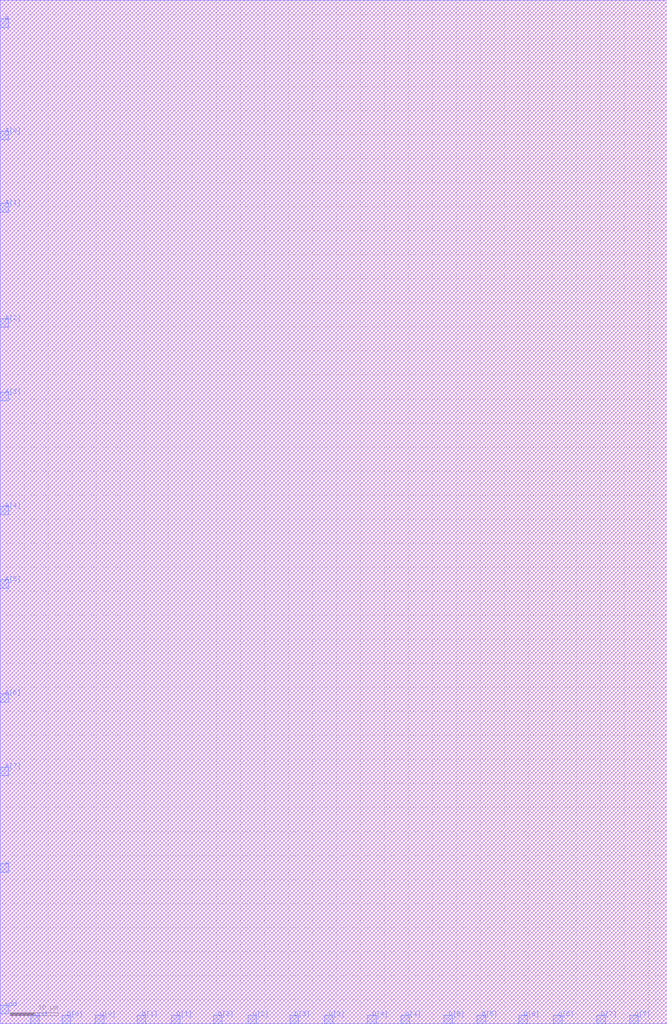
<source format=lef>
# This is a template LEF file
# that can be used for a block macro
#
# Johannes Grad, IIT
#

VERSION 5.4 ;
NAMESCASESENSITIVE ON ;
BUSBITCHARS "[]" ;
DIVIDERCHAR "/" ;
UNITS
  DATABASE MICRONS 1000 ;
END UNITS


#########################################################
# CHANGE 1
# Change "SIZE" to the actual size of the block
# Currently the size is set to 138.9u wide, 213u high
#########################################################

SITE  MacroSite
    CLASS	Core ;
    SIZE	138.9 by 213 ;
END  MacroSite

#########################################################
# CHANGE 2
# Set SIZE to the same value as above
#########################################################

MACRO sram
  SIZE 138.9 by 213 ;
  CLASS BLOCK ;
  FOREIGN sram 0 0 ;
  ORIGIN 0 0 ;
  SYMMETRY x y r90 ;
  SITE MacroSite ;

#########################################################
# CHANGE 3
# Insert all the pin geometries
#########################################################

  Pin D[0]
    PORT
    LAYER metal3 ;
      RECT 12.9 0.0 14.7 1.8 ;
      END
  END D[0]

  Pin Q[0]
    PORT
    LAYER metal3 ;
      RECT 19.8 0.0 21.6 1.8 ;
      END
  END Q[0]

  Pin D[1]
    PORT
    LAYER metal3 ;
      RECT 28.5 0.0 30.3 1.8 ;
      END
  END D[1]

  Pin Q[1]
    PORT
    LAYER metal3 ;
      RECT 35.7 0.0 37.5 1.8 ;
      END
  END Q[1]

  Pin D[2]
    PORT
    LAYER metal3 ;
      RECT 44.4 0.0 46.2 1.8 ;
      END
  END D[2]

  Pin Q[2]
    PORT
    LAYER metal3 ;
      RECT 51.6 0.0 53.4 1.8 ;
      END
  END Q[2]

  Pin D[3]
    PORT
    LAYER metal3 ;
      RECT 60.3 0.0 62.1 1.8 ;
      END
  END D[3]

  Pin Q[3]
    PORT
    LAYER metal3 ;
      RECT 67.5 0.0 69.3 1.8 ;
      END
  END Q[3]

  Pin D[4]
    PORT
    LAYER metal3 ;
      RECT 76.5 0.0 78.3 1.8 ;
      END
  END D[4]

  Pin Q[4]
    PORT
    LAYER metal3 ;
      RECT 83.4 0.0 85.2 1.8 ;
      END
  END Q[4]

  Pin D[5]
    PORT
    LAYER metal3 ;
      RECT 92.4 0.0 94.2 1.8 ;
      END
  END D[5]

  Pin Q[5]
    PORT
    LAYER metal3 ;
      RECT 99.3 0.0 101.1 1.8 ;
      END
  END Q[5]

  Pin D[6]
    PORT
    LAYER metal3 ;
      RECT 108.0 0.0 109.8 1.8 ;
      END
  END D[6]

  Pin Q[6]
    PORT
    LAYER metal3 ;
      RECT 115.2 0.0 117.0 1.8 ;
      END
  END Q[6]

  Pin D[7]
    PORT
    LAYER metal3 ;
      RECT 124.2 0.0 126.0 1.8 ;
      END
  END D[7]

  Pin Q[7]
    PORT
    LAYER metal3 ;
      RECT 131.1 0.0 132.9 1.8 ;
      END
  END Q[7]

  Pin w
    PORT
    LAYER metal3 ;
      RECT 0.0 31.5 1.8 33.3 ;
      END
  END w

  Pin A[7]
    PORT
    LAYER metal3 ;
      RECT 0.0 51.6 1.8 53.4 ;
      END
  END A[7]

  Pin A[6]
    PORT
    LAYER metal3 ;
      RECT 0.0 66.9 1.8 68.7 ;
      END
  END A[6]

  Pin A[5]
    PORT
    LAYER metal3 ;
      RECT 0.0 90.6 1.8 92.4 ;
      END
  END A[5]

  Pin A[4]
    PORT
    LAYER metal3 ;
      RECT 0.0 105.9 1.8 107.7 ;
      END
  END A[4]

  Pin A[3]
    PORT
    LAYER metal3 ;
      RECT 0.0 129.6 1.8 131.4 ;
      END
  END A[3]

  Pin A[2]
    PORT
    LAYER metal3 ;
      RECT 0.0 144.9 1.8 146.7 ;
      END
  END A[2]

  Pin A[1]
    PORT
    LAYER metal3 ;
      RECT 0.0 168.9 1.8 170.7 ;
      END
  END A[1]

  Pin A[0]
    PORT
    LAYER metal3 ;
      RECT 0.0 183.9 1.8 185.7 ;
      END
  END A[0]

  Pin e
    PORT
    LAYER metal3 ;
      RECT 0.0 207.3 1.8 209.1 ;
      END
  END e

  Pin vdd
    USE POWER ;
    PORT
    LAYER metal3 ;
      RECT 0.0 2.1 1.8 3.9 ;
      END
  END vdd

  Pin gnd
    USE GROUND ;
    PORT
    LAYER metal3 ;
      RECT 6.3 0.0 8.1 1.8 ;
      END
  END gnd
 
#########################################################
# CHANGE 4
# Give lower left and upper right corner of obstruction
# metal1 and metal2 should cover the entire cell
# metal3 has to leave the pin area exposed
#########################################################

  OBS 
      LAYER metal1 ;
        RECT 0.0 0.0 138.9 213 ;
      LAYER metal2 ;
        RECT 0.0 0.0 138.9 213 ;
#      LAYER metal3 ;
#        RECT 2.7 2.7 138.9 213 ;
  END 

END sram

END LIBRARY

</source>
